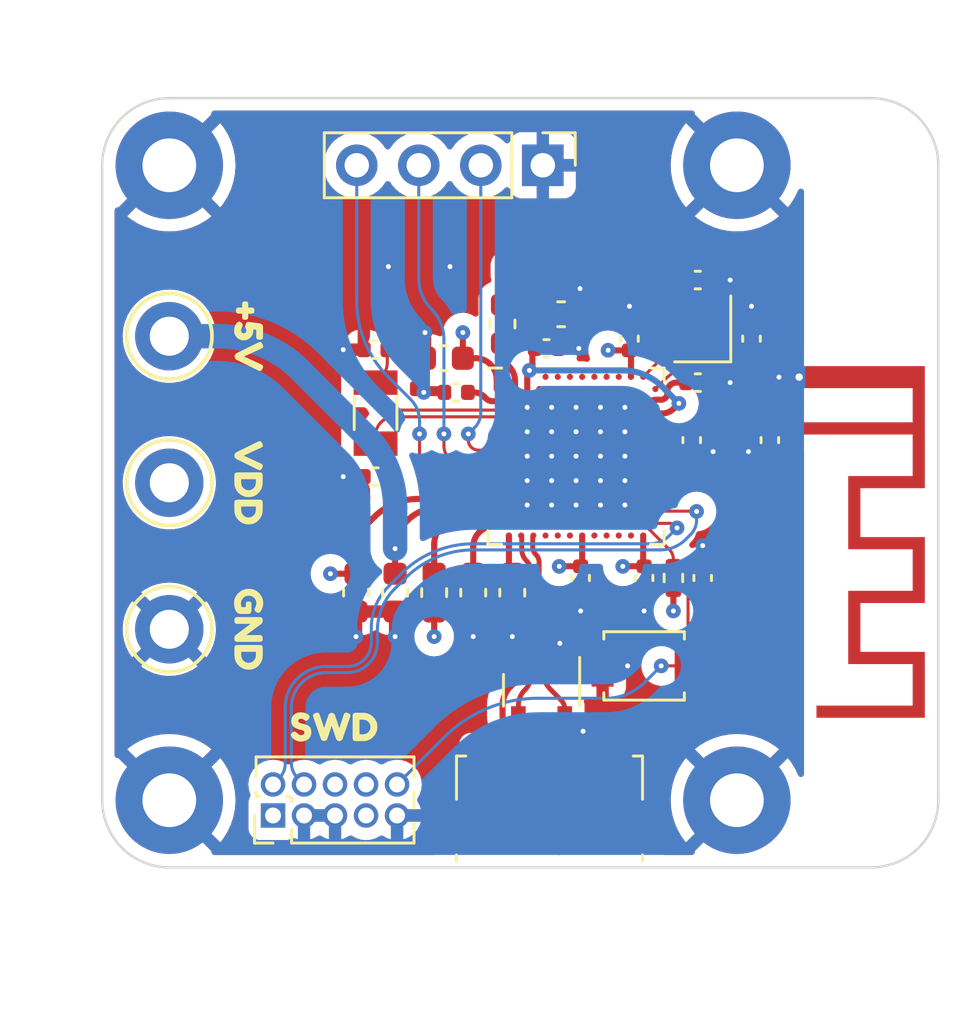
<source format=kicad_pcb>
(kicad_pcb (version 20211014) (generator pcbnew)
  (layers (0 "F.Cu" mixed) (1 "In1.Cu" power) (2 "In2.Cu" power) (31 "B.Cu" mixed) (34 "B.Paste" user) (35 "F.Paste" user) (36 "B.SilkS" user "B.Silkscreen") (37 "F.SilkS" user "F.Silkscreen") (38 "B.Mask" user) (39 "F.Mask" user) (44 "Edge.Cuts" user))
  (net 0 "")
  (net 1 "Net-(AE1-Pad1)")
  (net 2 "GND")
  (net 3 "Net-(C1-Pad2)")
  (net 4 "Net-(C2-Pad2)")
  (net 5 "/~{RESET}")
  (net 6 "Net-(C5-Pad1)")
  (net 7 "Net-(C6-Pad1)")
  (net 8 "Net-(C7-Pad1)")
  (net 9 "VBUS")
  (net 10 "VDD")
  (net 11 "+5V")
  (net 12 "/DEC46")
  (net 13 "/DECUSB")
  (net 14 "/DEC1")
  (net 15 "/DEC3")
  (net 16 "/USB_D-")
  (net 17 "/USB_D+")
  (net 19 "/SWDIO")
  (net 20 "/SWDCLK")
  (net 24 "/DCCH")
  (net 25 "/DCC")
  (net 26 "Net-(L3-Pad2)")
  (net 67 "/IO1")
  (net 68 "/IO2")
  (net 69 "/IO3")
  (footprint "MountingHole:MountingHole_2.2mm_M2_Pad" (layer "F.Cu") (at 138.75 87.5)
    (fp_text reference "H3")
    (fp_text value "MountingHole_Pad")
  )
  (footprint "Package_TO_SOT_SMD:SOT-143" (layer "F.Cu") (at 154 83 -90)
    (fp_text reference "D1")
    (fp_text value "SP0503BAHT")
  )
  (footprint "TestPoint:TestPoint_Keystone_5005-5009_Compact" (layer "F.Cu") (at 138.75 68.5)
    (fp_text reference "TP1")
    (fp_text value "TestPoint")
  )
  (footprint "kibuzzard-646267FA" (layer "F.Cu") (at 142 68.5 -90)
    (fp_text reference "kibuzzard-646267FA" hide)
    (fp_text value "G***" hide)
  )
  (footprint "Capacitor_SMD:C_0402_1005Metric" (layer "F.Cu") (at 160.15 72.755 -90)
    (fp_text reference "C5")
    (fp_text value "0.8pF")
  )
  (footprint "Capacitor_SMD:C_0603_1608Metric" (layer "F.Cu") (at 154.8 67.6)
    (fp_text reference "C12")
    (fp_text value "1µF")
  )
  (footprint "Capacitor_SMD:C_0603_1608Metric" (layer "F.Cu") (at 151.2 79 -90)
    (fp_text reference "C13")
    (fp_text value "4.7µF")
  )
  (footprint "Inductor_SMD:L_0402_1005Metric" (layer "F.Cu") (at 161.75 72.275 180)
    (fp_text reference "L1")
    (fp_text value "4.7nH")
  )
  (footprint "Capacitor_SMD:C_0402_1005Metric" (layer "F.Cu") (at 147.2 69.05 180)
    (fp_text reference "C6")
    (fp_text value "9pF")
  )
  (footprint "Capacitor_SMD:C_0402_1005Metric" (layer "F.Cu") (at 160.4 70.4)
    (fp_text reference "C18")
    (fp_text value "100pF")
  )
  (footprint "Button_Switch_SMD:SW_SPST_B3U-1000P" (layer "F.Cu") (at 158.2 82)
    (fp_text reference "SW1")
    (fp_text value "SW_Push")
  )
  (footprint "Capacitor_SMD:C_0603_1608Metric" (layer "F.Cu") (at 148 79 -90)
    (fp_text reference "C10")
    (fp_text value "4.7µF")
  )
  (footprint "Capacitor_SMD:C_0402_1005Metric" (layer "F.Cu") (at 154.2 69)
    (fp_text reference "C15")
    (fp_text value "47nF")
  )
  (footprint "Connector_PinHeader_2.54mm:PinHeader_1x04_P2.54mm_Vertical" (layer "F.Cu") (at 154.05 61.5 -90)
    (fp_text reference "J3")
    (fp_text value "Conn_01x04_Male")
  )
  (footprint "Capacitor_SMD:C_0402_1005Metric" (layer "F.Cu") (at 163.35 72.755 -90)
    (fp_text reference "C3")
    (fp_text value "0.5pF")
  )
  (footprint "MountingHole:MountingHole_2.2mm_M2_Pad" (layer "F.Cu") (at 162 61.5)
    (fp_text reference "H2")
    (fp_text value "MountingHole_Pad")
  )
  (footprint "Inductor_SMD:L_0603_1608Metric" (layer "F.Cu") (at 149.6 79 -90)
    (fp_text reference "L2")
    (fp_text value "10µH")
  )
  (footprint "Connector_USB:USB_Micro-B_Molex_47346-0001" (layer "F.Cu") (at 154.325 87.4)
    (fp_text reference "J1")
    (fp_text value "USB_B_Micro")
  )
  (footprint "kibuzzard-64626894" (layer "F.Cu") (at 145.5 84.5)
    (fp_text reference "kibuzzard-64626894" hide)
    (fp_text value "G***" hide)
  )
  (footprint "Inductor_SMD:L_0402_1005Metric" (layer "F.Cu") (at 153.2 65.8)
    (fp_text reference "L4")
    (fp_text value "15nH")
  )
  (footprint "kibuzzard-64626832" (layer "F.Cu") (at 142 80.5 -90)
    (fp_text reference "kibuzzard-64626832" hide)
    (fp_text value "G***" hide)
  )
  (footprint "Inductor_SMD:L_0603_1608Metric" (layer "F.Cu") (at 152.4 68 90)
    (fp_text reference "L3")
    (fp_text value "10µH")
  )
  (footprint "Capacitor_SMD:C_0603_1608Metric" (layer "F.Cu") (at 152.8 79 -90)
    (fp_text reference "C8")
    (fp_text value "4.7µF")
  )
  (footprint "MountingHole:MountingHole_2.2mm_M2_Pad" (layer "F.Cu") (at 138.75 61.5)
    (fp_text reference "H1")
    (fp_text value "MountingHole_Pad")
  )
  (footprint "MountingHole:MountingHole_2.2mm_M2_Pad" (layer "F.Cu") (at 162 87.5)
    (fp_text reference "H4")
    (fp_text value "MountingHole_Pad")
  )
  (footprint "RF_Antenna:Texas_SWRA117D_2.4GHz_Right" (layer "F.Cu") (at 164.55 72.275 -90)
    (fp_text reference "AE1")
    (fp_text value "Antenna_Shield")
  )
  (footprint "Capacitor_SMD:C_0402_1005Metric" (layer "F.Cu") (at 157.6 68.6 90)
    (fp_text reference "C17")
    (fp_text value "100nF")
  )
  (footprint "TestPoint:TestPoint_Keystone_5005-5009_Compact" (layer "F.Cu") (at 138.75 80.5)
    (fp_text reference "TP2")
    (fp_text value "TestPoint")
  )
  (footprint "Crystal:Crystal_SMD_2016-4Pin_2.0x1.6mm" (layer "F.Cu") (at 160.6 68.2 90)
    (fp_text reference "Y1")
    (fp_text value "32MHz")
  )
  (footprint "Capacitor_SMD:C_0402_1005Metric" (layer "F.Cu") (at 155.6 78.4 -90)
    (fp_text reference "C19")
    (fp_text value "100nF")
  )
  (footprint "TestPoint:TestPoint_Keystone_5005-5009_Compact" (layer "F.Cu") (at 138.75 74.5)
    (fp_text reference "TP3")
    (fp_text value "TestPoint")
  )
  (footprint "Capacitor_SMD:C_0402_1005Metric" (layer "F.Cu") (at 150.5 70.8 180)
    (fp_text reference "C16")
    (fp_text value "100nF")
  )
  (footprint "Connector_PinHeader_1.27mm:PinHeader_2x05_P1.27mm_Vertical" (layer "F.Cu") (at 143 88.125 90)
    (fp_text reference "J2")
    (fp_text value "Conn_ARM_JTAG_SWD_10")
  )
  (footprint "Capacitor_SMD:C_0402_1005Metric" (layer "F.Cu") (at 160.4 66.2 180)
    (fp_text reference "C2")
    (fp_text value "12pF")
  )
  (footprint "Resistor_SMD:R_0402_1005Metric" (layer "F.Cu") (at 159.4 78.4 90)
    (fp_text reference "R1")
    (fp_text value "10kΩ")
  )
  (footprint "Capacitor_SMD:C_0603_1608Metric" (layer "F.Cu") (at 150 69.4 180)
    (fp_text reference "C11")
    (fp_text value "1µF")
  )
  (footprint "Crystal:Crystal_SMD_3215-2Pin_3.2x1.5mm" (layer "F.Cu") (at 147.2 71.65 -90)
    (fp_text reference "Y2")
    (fp_text value "32.768kHz")
  )
  (footprint "Capacitor_SMD:C_0402_1005Metric" (layer "F.Cu") (at 162.6 68.6 -90)
    (fp_text reference "C1")
    (fp_text value "12pF")
  )
  (footprint "Capacitor_SMD:C_0402_1005Metric" (layer "F.Cu") (at 160.6 78.4 90)
    (fp_text reference "C4")
    (fp_text value "100nF")
  )
  (footprint "Package_DFN_QFN:Nordic_AQFN-73-1EP_7x7mm_P0.5mm" (layer "F.Cu") (at 155.4125 73.4125)
    (fp_text reference "U1")
    (fp_text value "nRF52840")
  )
  (footprint "Capacitor_SMD:C_0402_1005Metric" (layer "F.Cu") (at 147.2 74.25 180)
    (fp_text reference "C7")
    (fp_text value "9pF")
  )
  (footprint "Capacitor_SMD:C_0603_1608Metric" (layer "F.Cu") (at 146.4 79 -90)
    (fp_text reference "C9")
    (fp_text value "4.7µF")
  )
  (footprint "kibuzzard-646267F1" (layer "F.Cu") (at 142 74.5 -90)
    (fp_text reference "kibuzzard-646267F1" hide)
    (fp_text value "G***" hide)
  )
  (footprint "Capacitor_SMD:C_0402_1005Metric" (layer "F.Cu") (at 158.2 78.4 -90)
    (fp_text reference "C14")
    (fp_text value "100nF")
  )
  (gr_line (start 136 61.5) (end 136 87.5) (layer "Edge.Cuts") (width 0.1))
  (gr_arc (start 170.25 87.5) (mid 169.444544 89.444544) (end 167.5 90.25) (layer "Edge.Cuts") (width 0.1))
  (gr_line (start 170.25 87.5) (end 170.25 61.5) (layer "Edge.Cuts") (width 0.1))
  (gr_arc (start 136 61.5) (mid 136.805456 59.555456) (end 138.75 58.75) (layer "Edge.Cuts") (width 0.1))
  (gr_line (start 167.5 58.75) (end 138.75 58.75) (layer "Edge.Cuts") (width 0.1))
  (gr_arc (start 167.5 58.75) (mid 169.444544 59.555456) (end 170.25 61.5) (layer "Edge.Cuts") (width 0.1))
  (gr_arc (start 138.75 90.25) (mid 136.805456 89.444544) (end 136 87.5) (layer "Edge.Cuts") (width 0.1))
  (gr_line (start 138.75 90.25) (end 167.5 90.25) (layer "Edge.Cuts") (width 0.1))
  (segment (start 163.35 72.275) (end 164.55 72.275) (width 0.245) (layer "F.Cu") (net 1))
  (segment (start 163.35 72.275) (end 162.235 72.275) (width 0.245) (layer "F.Cu") (net 1))
  (segment (start 155.525 69) (end 154.68 69) (width 0.25) (layer "F.Cu") (net 2))
  (segment (start 149.225 68.35) (end 149.225 69.4) (width 0.25) (layer "F.Cu") (net 2))
  (segment (start 155.7 84.675) (end 155.6625 84.7125) (width 0.25) (layer "F.Cu") (net 2))
  (segment (start 153.9125 71.2875) (end 153.9125 70.6625) (width 0.25) (layer "F.Cu") (net 2))
  (segment (start 154.354441 72.354441) (end 155.4125 73.4125) (width 0.25) (layer "F.Cu") (net 2))
  (segment (start 160.05 68.775) (end 160.05 68.9) (width 0.25) (layer "F.Cu") (net 2))
  (segment (start 155.4125 73.4125) (end 156.470558 72.354441) (width 0.25) (layer "F.Cu") (net 2))
  (segment (start 145.875 69.05) (end 146.72 69.05) (width 0.25) (layer "F.Cu") (net 2))
  (segment (start 158.2 79.75) (end 158.2 78.88) (width 0.25) (layer "F.Cu") (net 2))
  (segment (start 157.525 82) (end 156.5 82) (width 0.25) (layer "F.Cu") (net 2))
  (segment (start 155.575 66.55) (end 155.575 67.6) (width 0.25) (layer "F.Cu") (net 2))
  (segment (start 152.8 80.8) (end 152.8 79.775) (width 0.25) (layer "F.Cu") (net 2))
  (segment (start 155.6 79.75) (end 155.6 78.88) (width 0.25) (layer "F.Cu") (net 2))
  (segment (start 161.025 73.225) (end 161.02 73.23) (width 0.25) (layer "F.Cu") (net 2))
  (segment (start 161.238388 67.411611) (end 161.2625 67.3875) (width 0.25) (layer "F.Cu") (net 2))
  (segment (start 157.5375 71.9125) (end 158.1625 71.9125) (width 0.25) (layer "F.Cu") (net 2))
  (segment (start 160.6 77.075) (end 160.6 77.92) (width 0.25) (layer "F.Cu") (net 2))
  (segment (start 162.6 67.275) (end 161.534099 67.275) (width 0.25) (layer "F.Cu") (net 2))
  (segment (start 157.6 67.275) (end 157.6 68.12) (width 0.25) (layer "F.Cu") (net 2))
  (segment (start 149.175 70.8) (end 150.02 70.8) (width 0.25) (layer "F.Cu") (net 2))
  (segment (start 162.492071 73.235) (end 163.35 73.235) (width 0.25) (layer "F.Cu") (net 2))
  (segment (start 160.77071 68.129289) (end 161.061611 67.838388) (width 0.25) (layer "F.Cu") (net 2))
  (segment (start 155.625 84.803033) (end 155.625 85.94) (width 0.25) (layer "F.Cu") (net 2))
  (segment (start 148 80.8) (end 148 79.775) (width 0.25) (layer "F.Cu") (net 2))
  (segment (start 145.875 74.25) (end 146.72 74.25) (width 0.25) (layer "F.Cu") (net 2))
  (segment (start 163.725 70.175) (end 164.55 70.175) (width 0.25) (layer "F.Cu") (net 2))
  (segment (start 154.75 81.075) (end 154.75 82) (width 0.25) (layer "F.Cu") (net 2))
  (segment (start 162.6 67.275) (end 162.6 68.12) (width 0.25) (layer "F.Cu") (net 2))
  (segment (start 161.725 70.4) (end 160.88 70.4) (width 0.25) (layer "F.Cu") (net 2))
  (segment (start 161.725 66.2) (end 160.88 66.2) (width 0.25) (layer "F.Cu") (net 2))
  (segment (start 161.007928 73.235) (end 160.15 73.235) (width 0.25) (layer "F.Cu") (net 2))
  (segment (start 151.2 80.8) (end 151.2 79.775) (width 0.25) (layer "F.Cu") (net 2))
  (segment (start 160.138388 68.561611) (end 160.429289 68.27071) (width 0.25) (layer "F.Cu") (net 2))
  (segment (start 146.4 80.8) (end 146.4 79.775) (width 0.25) (layer "F.Cu") (net 2))
  (segment (start 162.48 73.23) (end 162.475 73.225) (width 0.25) (layer "F.Cu") (net 2))
  (via (at 157.4125 73.4125) (size 0.6) (drill 0.2) (layers "F.Cu" "B.Cu") (net 2))
  (via (at 155.4125 73.4125) (size 0.6) (drill 0.2) (layers "F.Cu" "B.Cu") (net 2))
  (via (at 155.4125 74.4125) (size 0.6) (drill 0.2) (layers "F.Cu" "B.Cu") (net 2))
  (via (at 156.4125 71.4125) (size 0.6) (drill 0.2) (layers "F.Cu" "B.Cu") (net 2))
  (via (at 145.875 74.25) (size 0.6) (drill 0.2) (layers "F.Cu" "B.Cu") (net 2))
  (via (at 153.4125 71.4125) (size 0.6) (drill 0.2) (layers "F.Cu" "B.Cu") (net 2))
  (via (at 155.4125 75.4125) (size 0.6) (drill 0.2) (layers "F.Cu" "B.Cu") (net 2))
  (via (at 162.475 73.225) (size 0.6) (drill 0.2) (layers "F.Cu" "B.Cu") (net 2))
  (via (at 155.4125 72.4125) (size 0.6) (drill 0.2) (layers "F.Cu" "B.Cu") (net 2))
  (via (at 155.7 84.675) (size 0.6) (drill 0.2) (layers "F.Cu" "B.Cu") (net 2))
  (via (at 156.4125 73.4125) (size 0.6) (drill 0.2) (layers "F.Cu" "B.Cu") (net 2))
  (via (at 161.025 73.225) (size 0.6) (drill 0.2) (layers "F.Cu" "B.Cu") (net 2))
  (via (at 160.6 77.075) (size 0.6) (drill 0.2) (layers "F.Cu" "B.Cu") (net 2))
  (via (at 157.4125 71.4125) (size 0.6) (drill 0.2) (layers "F.Cu" "B.Cu") (net 2))
  (via (at 158.2 79.75) (size 0.6) (drill 0.2) (layers "F.Cu" "B.Cu") (net 2))
  (via (at 154.4125 73.4125) (size 0.6) (drill 0.2) (layers "F.Cu" "B.Cu") (net 2))
  (via (at 161.725 66.2) (size 0.6) (drill 0.2) (layers "F.Cu" "B.Cu") (net 2))
  (via (at 147.725 65.65) (size 0.6) (drill 0.2) (layers "F.Cu" "B.Cu") (net 2))
  (via (at 163.725 70.175) (size 0.6) (drill 0.2) (layers "F.Cu" "B.Cu") (net 2))
  (via (at 150.25 65.65) (size 0.6) (drill 0.2) (layers "F.Cu" "B.Cu") (net 2))
  (via (at 153.4125 75.4125) (size 0.6) (drill 0.2) (layers "F.Cu" "B.Cu") (net 2))
  (via (at 154.75 81.075) (size 0.6) (drill 0.2) (layers "F.Cu" "B.Cu") (net 2))
  (via (at 154.4125 74.4125) (size 0.6) (drill 0.2) (layers "F.Cu" "B.Cu") (net 2))
  (via (at 155.6 79.75) (size 0.6) (drill 0.2) (layers "F.Cu" "B.Cu") (net 2))
  (via (at 145.875 69.05) (size 0.6) (drill 0.2) (layers "F.Cu" "B.Cu") (net 2))
  (via (at 155.575 66.55) (size 0.6) (drill 0.2) (layers "F.Cu" "B.Cu") (net 2))
  (via (at 153.4125 72.4125) (size 0.6) (drill 0.2) (layers "F.Cu" "B.Cu") (net 2))
  (via (at 153.4125 73.4125) (size 0.6) (drill 0.2) (layers "F.Cu" "B.Cu") (net 2))
  (via (at 156.4125 72.4125) (size 0.6) (drill 0.2) (layers "F.Cu" "B.Cu") (net 2))
  (via (at 157.4125 74.4125) (size 0.6) (drill 0.2) (layers "F.Cu" "B.Cu") (net 2))
  (via (at 156.4125 74.4125) (size 0.6) (drill 0.2) (layers "F.Cu" "B.Cu") (net 2))
  (via (at 152.8 80.8) (size 0.6) (drill 0.2) (layers "F.Cu" "B.Cu") (net 2))
  (via (at 154.4125 72.4125) (size 0.6) (drill 0.2) (layers "F.Cu" "B.Cu") (net 2))
  (via (at 156.4125 75.4125) (size 0.6) (drill 0.2) (layers "F.Cu" "B.Cu") (net 2))
  (via (at 148 80.8) (size 0.6) (drill 0.2) (layers "F.Cu" "B.Cu") (net 2))
  (via (at 154.4125 71.4125) (size 0.6) (drill 0.2) (layers "F.Cu" "B.Cu") (net 2))
  (via (at 155.525 69) (size 0.6) (drill 0.2) (layers "F.Cu" "B.Cu") (net 2))
  (via (at 149.225 68.35) (size 0.6) (drill 0.2) (layers "F.Cu" "B.Cu") (net 2))
  (via (at 154.4125 75.4125) (size 0.6) (drill 0.2) (layers "F.Cu" "B.Cu") (net 2))
  (via (at 157.4125 75.4125) (size 0.6) (drill 0.2) (layers "F.Cu" "B.Cu") (net 2))
  (via (at 157.525 82) (size 0.6) (drill 0.2) (layers "F.Cu" "B.Cu") (net 2))
  (via (at 161.725 70.4) (size 0.6) (drill 0.2) (layers "F.Cu" "B.Cu") (net 2))
  (via (at 155.4125 71.4125) (size 0.6) (drill 0.2) (layers "F.Cu" "B.Cu") (net 2))
  (via (at 146.4 80.8) (size 0.6) (drill 0.2) (layers "F.Cu" "B.Cu") (net 2))
  (via (at 157.4125 72.4125) (size 0.6) (drill 0.2) (layers "F.Cu" "B.Cu") (net 2))
  (via (at 149.175 70.8) (size 0.6) (drill 0.2) (layers "F.Cu" "B.Cu") (net 2))
  (via (at 151.2 80.8) (size 0.6) (drill 0.2) (layers "F.Cu" "B.Cu") (net 2))
  (via (at 162.6 67.275) (size 0.6) (drill 0.2) (layers "F.Cu" "B.Cu") (net 2))
  (via (at 153.4125 74.4125) (size 0.6) (drill 0.2) (layers "F.Cu" "B.Cu") (net 2))
  (via (at 157.6 67.275) (size 0.6) (drill 0.2) (layers "F.Cu" "B.Cu") (net 2))
  (arc (start 161.534099 67.275) (mid 161.38711 67.304237) (end 161.2625 67.3875) (width 0.25) (layer "F.Cu") (net 2))
  (arc (start 161.238388 67.411611) (mid 161.172971 67.509514) (end 161.15 67.625) (width 0.25) (layer "F.Cu") (net 2))
  (arc (start 153.9125 71.2875) (mid 154.027356 71.864924) (end 154.354441 72.354441) (width 0.25) (layer "F.Cu") (net 2))
  (arc (start 161.02 73.23) (mid 161.014461 73.2337) (end 161.007928 73.235) (width 0.25) (layer "F.Cu") (net 2))
  (arc (start 160.6 68.2) (mid 160.507611 68.218376) (end 160.429289 68.27071) (width 0.25) (layer "F.Cu") (net 2))
  (arc (start 160.77071 68.129289) (mid 160.692387 68.181622) (end 160.6 68.2) (width 0.25) (layer "F.Cu") (net 2))
  (arc (start 155.6625 84.7125) (mid 155.634745 84.754036) (end 155.625 84.803033) (width 0.25) (layer "F.Cu") (net 2))
  (arc (start 162.48 73.23) (mid 162.485538 73.2337) (end 162.492071 73.235) (width 0.25) (layer "F.Cu") (net 2))
  (arc (start 161.15 67.625) (mid 161.127028 67.740484) (end 161.061611 67.838388) (width 0.25) (layer "F.Cu") (net 2))
  (arc (start 160.138388 68.561611) (mid 160.072971 68.659514) (end 160.05 68.775) (width 0.25) (layer "F.Cu") (net 2))
  (arc (start 157.5375 71.9125) (mid 156.960075 72.027356) (end 156.470558 72.354441) (width 0.25) (layer "F.Cu") (net 2))
  (segment (start 161.15 69.027279) (end 161.15 69.287867) (width 0.125) (layer "F.Cu") (net 3))
  (segment (start 159.09375 70.23125) (end 158.6625 70.6625) (width 0.125) (layer "F.Cu") (net 3))
  (segment (start 160.134879 69.8) (end 160.637867 69.8) (width 0.125) (layer "F.Cu") (net 3))
  (segment (start 161.457279 69.08) (end 162.6 69.08) (width 0.125) (layer "F.Cu") (net 3))
  (arc (start 161.24 68.99) (mid 161.339688 69.056609) (end 161.457279 69.08) (width 0.125) (layer "F.Cu") (net 3))
  (arc (start 161 69.65) (mid 160.833852 69.761016) (end 160.637867 69.8) (width 0.125) (layer "F.Cu") (net 3))
  (arc (start 160.134879 69.8) (mid 159.571424 69.912078) (end 159.09375 70.23125) (width 0.125) (layer "F.Cu") (net 3))
  (arc (start 161.24 68.99) (mid 161.182545 68.978571) (end 161.15 69.027279) (width 0.125) (layer "F.Cu") (net 3))
  (arc (start 161.15 69.287867) (mid 161.111016 69.483852) (end 161 69.65) (width 0.125) (layer "F.Cu") (net 3))
  (segment (start 159.1 68.5625) (end 159.1 68.182842) (width 0.125) (layer "F.Cu") (net 4))
  (segment (start 159.92 67.278076) (end 159.92 66.2) (width 0.125) (layer "F.Cu") (net 4))
  (segment (start 158.631541 69.693458) (end 158.1625 70.1625) (width 0.125) (layer "F.Cu") (net 4))
  (segment (start 159.958076 67.5) (end 159.775 67.5) (width 0.125) (layer "F.Cu") (net 4))
  (segment (start 159.305545 67.694454) (end 159.3 67.7) (width 0.125) (layer "F.Cu") (net 4))
  (arc (start 159.775 67.5) (mid 159.520932 67.550536) (end 159.305545 67.694454) (width 0.125) (layer "F.Cu") (net 4))
  (arc (start 159.92 67.278076) (mid 159.936892 67.363002) (end 159.985 67.435) (width 0.125) (layer "F.Cu") (net 4))
  (arc (start 159.1 68.5625) (mid 158.978251 69.17457) (end 158.631541 69.693458) (width 0.125) (layer "F.Cu") (net 4))
  (arc (start 159.985 67.435) (mid 159.993253 67.476494) (end 159.958076 67.5) (width 0.125) (layer "F.Cu") (net 4))
  (arc (start 159.3 67.7) (mid 159.151978 67.921529) (end 159.1 68.182842) (width 0.125) (layer "F.Cu") (net 4))
  (segment (start 160 78.878535) (end 160 78.871464) (width 0.125) (layer "F.Cu") (net 5))
  (segment (start 158.9 82) (end 159.829289 82) (width 0.125) (layer "F.Cu") (net 5))
  (segment (start 160 78.6875) (end 160 78.120459) (width 0.125) (layer "F.Cu") (net 5))
  (segment (start 159.6325 77.89) (end 159.76954 77.89) (width 0.125) (layer "F.Cu") (net 5))
  (segment (start 155.9125 76.1625) (end 156.4125 76.1625) (width 0.125) (layer "F.Cu") (net 5))
  (segment (start 160 78.6875) (end 160 78.8125) (width 0.125) (layer "F.Cu") (net 5))
  (segment (start 155.9125 76.1625) (end 155.4125 76.1625) (width 0.125) (layer "F.Cu") (net 5))
  (segment (start 159.4 77.6575) (end 159.4 77.645) (width 0.125) (layer "F.Cu") (net 5))
  (segment (start 156.9125 76.1625) (end 156.4125 76.1625) (width 0.125) (layer "F.Cu") (net 5))
  (segment (start 156.9125 76.1625) (end 157.4125 76.1625) (width 0.125) (layer "F.Cu") (net 5))
  (segment (start 157.4125 76.1625) (end 157.7875 76.1625) (width 0.125) (layer "F.Cu") (net 5))
  (segment (start 159.226758 77.226758) (end 158.427665 76.427665) (width 0.125) (layer "F.Cu") (net 5))
  (segment (start 160.008535 78.88) (end 160.6 78.88) (width 0.125) (layer "F.Cu") (net 5))
  (segment (start 160 81.829289) (end 160 78.878535) (width 0.125) (layer "F.Cu") (net 5))
  (segment (start 160 78.8125) (end 160 78.871464) (width 0.125) (layer "F.Cu") (net 5))
  (via (at 158.9 82) (size 0.6) (drill 0.2) (layers "F.Cu" "B.Cu") (net 5))
  (arc (start 159.4 77.6575) (mid 159.468097 77.821902) (end 159.6325 77.89) (width 0.125) (layer "F.Cu") (net 5))
  (arc (start 160 78.871464) (mid 160.000649 78.87473) (end 160.0025 78.8775) (width 0.125) (layer "F.Cu") (net 5))
  (arc (start 159.95 81.95) (mid 159.894617 81.987005) (end 159.829289 82) (width 0.125) (layer "F.Cu") (net 5))
  (arc (start 158.427665 76.427665) (mid 158.133954 76.231414) (end 157.7875 76.1625) (width 0.125) (layer "F.Cu") (net 5))
  (arc (start 160.0025 78.8775) (mid 160.000904 78.877182) (end 160 78.878535) (width 0.125) (layer "F.Cu") (net 5))
  (arc (start 160.0025 78.8775) (mid 160.005268 78.87935) (end 160.008535 78.88) (width 0.125) (layer "F.Cu") (net 5))
  (arc (start 159.9325 77.9575) (mid 159.857733 77.907542) (end 159.76954 77.89) (width 0.125) (layer "F.Cu") (net 5))
  (arc (start 160 81.829289) (mid 159.987005 81.894617) (end 159.95 81.95) (width 0.125) (layer "F.Cu") (net 5))
  (arc (start 159.9325 77.9575) (mid 159.982457 78.032266) (end 160 78.120459) (width 0.125) (layer "F.Cu") (net 5))
  (arc (start 159.226758 77.226758) (mid 159.354975 77.418649) (end 159.4 77.645) (width 0.125) (layer "F.Cu") (net 5))
  (segment (start 150.016207 84.918792) (end 148.08 86.855) (width 0.125) (layer "B.Cu") (net 5))
  (segment (start 156.638083 83.325) (end 153.863963 83.325) (width 0.125) (layer "B.Cu") (net 5))
  (segment (start 158.9 82) (end 158.2375 82.6625) (width 0.125) (layer "B.Cu") (net 5))
  (arc (start 158.2375 82.6625) (mid 157.503681 83.152821) (end 156.638083 83.325) (width 0.125) (layer "B.Cu") (net 5))
  (arc (start 153.863963 83.325) (mid 151.781572 83.739213) (end 150.016207 84.918792) (width 0.125) (layer "B.Cu") (net 5))
  (segment (start 160.15 72.275) (end 158.397227 72.275) (width 0.245) (layer "F.Cu") (net 6))
  (segment (start 158.23125 72.34375) (end 158.1625 72.4125) (width 0.245) (layer "F.Cu") (net 6))
  (segment (start 160.15 72.275) (end 161.265 72.275) (width 0.245) (layer "F.Cu") (net 6))
  (arc (start 158.397227 72.275) (mid 158.3074 72.292867) (end 158.23125 72.34375) (width 0.245) (layer "F.Cu") (net 6))
  (segment (start 152.47045 71.525) (end 147.968198 71.525) (width 0.125) (layer "F.Cu") (net 7))
  (segment (start 147.68 69.580588) (end 147.68 69.05) (width 0.125) (layer "F.Cu") (net 7))
  (segment (start 147.2 70.7375) (end 147.2 70.756801) (width 0.125) (layer "F.Cu") (net 7))
  (segment (start 147.439999 70.159999) (end 147.438648 70.161351) (width 0.125) (layer "F.Cu") (net 7))
  (segment (start 152.60625 71.46875) (end 152.6625 71.4125) (width 0.125) (layer "F.Cu") (net 7))
  (arc (start 152.60625 71.46875) (mid 152.543944 71.510381) (end 152.47045 71.525) (width 0.125) (layer "F.Cu") (net 7))
  (arc (start 147.68 69.580588) (mid 147.617625 69.894163) (end 147.439999 70.159999) (width 0.125) (layer "F.Cu") (net 7))
  (arc (start 147.425 71.3) (mid 147.674221 71.466524) (end 147.968198 71.525) (width 0.125) (layer "F.Cu") (net 7))
  (arc (start 147.2 70.756801) (mid 147.258475 71.050778) (end 147.425 71.3) (width 0.125) (layer "F.Cu") (net 7))
  (arc (start 147.438648 70.161351) (mid 147.262022 70.42569) (end 147.2 70.7375) (width 0.125) (layer "F.Cu") (net 7))
  (segment (start 147.2 72.573223) (end 147.2 72.562132) (width 0.125) (layer "F.Cu") (net 8))
  (segment (start 152.60625 71.85625) (end 152.6625 71.9125) (width 0.125) (layer "F.Cu") (net 8))
  (segment (start 147.962132 71.8) (end 152.47045 71.8) (width 0.125) (layer "F.Cu") (net 8))
  (segment (start 147.44 73.14) (end 147.431065 73.131065) (width 0.125) (layer "F.Cu") (net 8))
  (segment (start 147.68 73.719411) (end 147.68 74.25) (width 0.125) (layer "F.Cu") (net 8))
  (arc (start 147.44 73.14) (mid 147.617626 73.405836) (end 147.68 73.719411) (width 0.125) (layer "F.Cu") (net 8))
  (arc (start 152.60625 71.85625) (mid 152.543944 71.814618) (end 152.47045 71.8) (width 0.125) (layer "F.Cu") (net 8))
  (arc (start 147.2 72.573223) (mid 147.260051 72.875125) (end 147.431065 73.131065) (width 0.125) (layer "F.Cu") (net 8))
  (arc (start 147.423223 72.023223) (mid 147.258013 72.270476) (end 147.2 72.562132) (width 0.125) (layer "F.Cu") (net 8))
  (arc (start 147.962132 71.8) (mid 147.670476 71.858013) (end 147.423223 72.023223) (width 0.125) (layer "F.Cu") (net 8))
  (segment (start 152 79.590685) (end 152 81.018413) (width 0.25) (layer "F.Cu") (net 9))
  (segment (start 152.407062 81.832062) (end 152.2875 81.7125) (width 0.25) (layer "F.Cu") (net 9))
  (segment (start 152.4 78.625) (end 152.73125 78.29375) (width 0.25) (layer "F.Cu") (net 9))
  (segment (start 152.4 84.008058) (end 152.4 83.634619) (width 0.25) (layer "F.Cu") (net 9))
  (segment (start 152.719176 84.769176) (end 152.7125 84.7625) (width 0.25) (layer "F.Cu") (net 9))
  (segment (start 152.864384 82.710615) (end 152.725 82.85) (width 0.25) (layer "F.Cu") (net 9))
  (segment (start 153.025 85.5075) (end 153.025 85.94) (width 0.25) (layer "F.Cu") (net 9))
  (segment (start 152.6625 77.990272) (end 152.6625 76.6625) (width 0.25) (layer "F.Cu") (net 9))
  (segment (start 153.05 82.2375) (end 153.05 82.2625) (width 0.25) (layer "F.Cu") (net 9))
  (arc (start 152.4 84.008058) (mid 152.481216 84.416359) (end 152.7125 84.7625) (width 0.25) (layer "F.Cu") (net 9))
  (arc (start 152.407062 81.832062) (mid 152.593078 81.956354) (end 152.8125 82) (width 0.25) (layer "F.Cu") (net 9))
  (arc (start 152.4 78.625) (mid 152.103956 79.06806) (end 152 79.590685) (width 0.25) (layer "F.Cu") (net 9))
  (arc (start 152 81.018413) (mid 152.074718 81.39405) (end 152.2875 81.7125) (width 0.25) (layer "F.Cu") (net 9))
  (arc (start 153.05 82.2625) (mid 153.001759 82.505018) (end 152.864384 82.710615) (width 0.25) (layer "F.Cu") (net 9))
  (arc (start 152.725 82.85) (mid 152.484464 83.209986) (end 152.4 83.634619) (width 0.25) (layer "F.Cu") (net 9))
  (arc (start 152.719176 84.769176) (mid 152.945518 85.107922) (end 153.025 85.5075) (width 0.25) (layer "F.Cu") (net 9))
  (arc (start 153.05 82.2375) (mid 152.980437 82.069562) (end 152.8125 82) (width 0.25) (layer "F.Cu") (net 9))
  (arc (start 152.73125 78.15625) (mid 152.759727 78.225) (end 152.73125 78.29375) (width 0.25) (layer "F.Cu") (net 9))
  (arc (start 152.6625 77.990272) (mid 152.680367 78.080098) (end 152.73125 78.15625) (width 0.25) (layer "F.Cu") (net 9))
  (segment (start 159.4 79.75) (end 159.4 78.91) (width 0.25) (layer "F.Cu") (net 10))
  (segment (start 154.725 77.925) (end 154.7275 77.9225) (width 0.25) (layer "F.Cu") (net 10))
  (segment (start 158.1625 77.855983) (end 158.1625 76.6625) (width 0.25) (layer "F.Cu") (net 10))
  (segment (start 157.6625 69.186694) (end 157.6625 70.1625) (width 0.25) (layer "F.Cu") (net 10))
  (segment (start 154.733535 77.92) (end 155.555805 77.92) (width 0.25) (layer "F.Cu") (net 10))
  (segment (start 156.7275 69.0775) (end 156.725 69.075) (width 0.25) (layer "F.Cu") (net 10))
  (segment (start 150.775 69.4) (end 150.775 68.35) (width 0.25) (layer "F.Cu") (net 10))
  (segment (start 148.939321 75.1625) (end 152.1625 75.1625) (width 0.25) (layer "F.Cu") (net 10))
  (segment (start 152.1625 70.274892) (end 152.1625 70.6625) (width 0.25) (layer "F.Cu") (net 10))
  (segment (start 150.775 69.4) (end 151.287607 69.4) (width 0.25) (layer "F.Cu") (net 10))
  (segment (start 158.173483 77.92) (end 157.333535 77.92) (width 0.25) (layer "F.Cu") (net 10))
  (segment (start 156.733535 69.08) (end 157.555805 69.08) (width 0.25) (layer "F.Cu") (net 10))
  (segment (start 149.6 80.8) (end 149.6 79.7875) (width 0.25) (layer "F.Cu") (net 10))
  (segment (start 146.4 78.225) (end 145.35 78.225) (width 0.25) (layer "F.Cu") (net 10))
  (segment (start 157.3275 77.9225) (end 157.325 77.925) (width 0.25) (layer "F.Cu") (net 10))
  (segment (start 147.143749 75.906249) (end 146.956846 76.093153) (width 0.25) (layer "F.Cu") (net 10))
  (segment (start 155.6625 77.813305) (end 155.6625 76.6625) (width 0.25) (layer "F.Cu") (net 10))
  (segment (start 146.4 78.225) (end 146.4 77.4375) (width 0.25) (layer "F.Cu") (net 10))
  (via (at 150.775 68.35) (size 0.6) (drill 0.2) (layers "F.Cu" "B.Cu") (net 10))
  (via (at 149.6 80.8) (size 0.6) (drill 0.2) (layers "F.Cu" "B.Cu") (net 10))
  (via (at 156.725 69.075) (size 0.6) (drill 0.2) (layers "F.Cu" "B.Cu") (net 10))
  (via (at 145.35 78.225) (size 0.6) (drill 0.2) (layers "F.Cu" "B.Cu") (net 10))
  (via (at 159.4 79.75) (size 0.6) (drill 0.2) (layers "F.Cu" "B.Cu") (net 10))
  (via (at 154.725 77.925) (size 0.6) (drill 0.2) (layers "F.Cu" "B.Cu") (net 10))
  (via (at 157.325 77.925) (size 0.6) (drill 0.2) (layers "F.Cu" "B.Cu") (net 10))
  (arc (start 151.90625 69.65625) (mid 152.095902 69.940085) (end 152.1625 70.274892) (width 0.25) (layer "F.Cu") (net 10))
  (arc (start 158.18125 77.90125) (mid 158.18363 77.913219) (end 158.173483 77.92) (width 0.25) (layer "F.Cu") (net 10))
  (arc (start 158.1625 77.855983) (mid 158.167372 77.880481) (end 158.18125 77.90125) (width 0.25) (layer "F.Cu") (net 10))
  (arc (start 146.956846 76.093153) (mid 146.544719 76.709944) (end 146.4 77.4375) (width 0.25) (layer "F.Cu") (net 10))
  (arc (start 155.6625 77.813305) (mid 155.654378 77.854135) (end 155.63125 77.88875) (width 0.25) (layer "F.Cu") (net 10))
  (arc (start 157.63125 69.11125) (mid 157.654378 69.145864) (end 157.6625 69.186694) (width 0.25) (layer "F.Cu") (net 10))
  (arc (start 151.90625 69.65625) (mid 151.622414 69.466597) (end 151.287607 69.4) (width 0.25) (layer "F.Cu") (net 10))
  (arc (start 155.63125 77.88875) (mid 155.596635 77.911878) (end 155.555805 77.92) (width 0.25) (layer "F.Cu") (net 10))
  (arc (start 148.939321 75.1625) (mid 147.967564 75.355794) (end 147.143749 75.906249) (width 0.25) (layer "F.Cu") (net 10))
  (arc (start 156.7275 69.0775) (mid 156.730268 69.07935) (end 156.733535 69.08) (width 0.25) (layer "F.Cu") (net 10))
  (arc (start 154.733535 77.92) (mid 154.730268 77.920649) (end 154.7275 77.9225) (width 0.25) (layer "F.Cu") (net 10))
  (arc (start 157.333535 77.92) (mid 157.330268 77.920649) (end 157.3275 77.9225) (width 0.25) (layer "F.Cu") (net 10))
  (arc (start 157.63125 69.11125) (mid 157.596635 69.088121) (end 157.555805 69.08) (width 0.25) (layer "F.Cu") (net 10))
  (segment (start 152.449111 75.5375) (end 149.728445 75.5375) (width 0.25) (layer "F.Cu") (net 11))
  (segment (start 148.506249 76.043749) (end 148.229809 76.32019) (width 0.25) (layer "F.Cu") (net 11))
  (segment (start 148 77.2) (end 148 76.875) (width 0.25) (layer "F.Cu") (net 11))
  (segment (start 148 77.2) (end 148 78.225) (width 0.25) (layer "F.Cu") (net 11))
  (segment (start 152.6 75.475) (end 152.6625 75.4125) (width 0.25) (layer "F.Cu") (net 11))
  (via (at 148 77.2) (size 0.6) (drill 0.2) (layers "F.Cu" "B.Cu") (net 11))
  (arc (start 152.6 75.475) (mid 152.530771 75.521256) (end 152.449111 75.5375) (width 0.25) (layer "F.Cu") (net 11))
  (arc (start 149.728445 75.5375) (mid 149.066997 75.669069) (end 148.506249 76.043749) (width 0.25) (layer "F.Cu") (net 11))
  (arc (start 148.229809 76.32019) (mid 148.059725 76.574739) (end 148 76.875) (width 0.25) (layer "F.Cu") (net 11))
  (segment (start 148 77.2) (end 148 75.4875) (width 1) (layer "B.Cu") (net 11))
  (segment (start 140.7375 68.5) (end 138.75 68.5) (width 1) (layer "B.Cu") (net 11))
  (segment (start 146.789079 72.564079) (end 144.130374 69.905374) (width 1) (layer "B.Cu") (net 11))
  (arc (start 144.130374 69.905374) (mid 142.57371 68.865244) (end 140.7375 68.5) (width 1) (layer "B.Cu") (net 11))
  (arc (start 146.789079 72.564079) (mid 147.685291 73.905356) (end 148 75.4875) (width 1) (layer "B.Cu") (net 11))
  (segment (start 153.4125 70.049371) (end 153.4125 70.6625) (width 0.25) (layer "F.Cu") (net 12))
  (segment (start 153.68 69.04) (end 153.6725 69.0475) (width 0.25) (layer "F.Cu") (net 12))
  (segment (start 153.5 69.9) (end 153.5625 69.8375) (width 0.25) (layer "F.Cu") (net 12))
  (segment (start 153.5 69.9) (end 153.45625 69.94375) (width 0.25) (layer "F.Cu") (net 12))
  (segment (start 153.8 67.984099) (end 153.8 68.863431) (width 0.25) (layer "F.Cu") (net 12))
  (segment (start 158.9375 71.6625) (end 158.6625 71.6625) (width 0.25) (layer "F.Cu") (net 12))
  (segment (start 153.76 68.96) (end 153.68 69.04) (width 0.25) (layer "F.Cu") (net 12))
  (segment (start 153.625 69.686611) (end 153.625 69.162175) (width 0.25) (layer "F.Cu") (net 12))
  (segment (start 153.73 65.845) (end 153.685 65.8) (width 0.25) (layer "F.Cu") (net 12))
  (segment (start 153.9125 67.4875) (end 153.9 67.475) (width 0.25) (layer "F.Cu") (net 12))
  (segment (start 159.406954 71.468045) (end 159.625 71.25) (width 0.25) (layer "F.Cu") (net 12))
  (segment (start 153.775 65.953639) (end 153.775 67.173223) (width 0.25) (layer "F.Cu") (net 12))
  (via (at 159.625 71.25) (size 0.6) (drill 0.2) (layers "F.Cu" "B.Cu") (net 12))
  (via (at 153.5 69.9) (size 0.6) (drill 0.2) (layers "F.Cu" "B.Cu") (net 12))
  (arc (start 153.73 65.845) (mid 153.763304 65.894844) (end 153.775 65.953639) (width 0.25) (layer "F.Cu") (net 12))
  (arc (start 153.625 69.686611) (mid 153.608756 69.768271) (end 153.5625 69.8375) (width 0.25) (layer "F.Cu") (net 12))
  (arc (start 153.9125 67.7125) (mid 153.829237 67.83711) (end 153.8 67.984099) (width 0.25) (layer "F.Cu") (net 12))
  (arc (start 153.775 67.173223) (mid 153.807486 67.336543) (end 153.9 67.475) (width 0.25) (layer "F.Cu") (net 12))
  (arc (start 153.6725 69.0475) (mid 153.637344 69.100113) (end 153.625 69.162175) (width 0.25) (layer "F.Cu") (net 12))
  (arc (start 153.8 68.863431) (mid 153.789604 68.915693) (end 153.76 68.96) (width 0.25) (layer "F.Cu") (net 12))
  (arc (start 153.45625 69.94375) (mid 153.42387 69.992209) (end 153.4125 70.049371) (width 0.25) (layer "F.Cu") (net 12))
  (arc (start 153.9125 67.4875) (mid 153.959099 67.6) (end 153.9125 67.7125) (width 0.25) (layer "F.Cu") (net 12))
  (arc (start 159.406954 71.468045) (mid 159.191566 71.611962) (end 158.9375 71.6625) (width 0.25) (layer "F.Cu") (net 12))
  (segment (start 153.5 69.9) (end 157.320405 69.9) (width 0.25) (layer "B.Cu") (net 12))
  (segment (start 159.625 71.25) (end 158.95 70.575) (width 0.25) (layer "B.Cu") (net 12))
  (arc (start 158.95 70.575) (mid 158.202335 70.075426) (end 157.320405 69.9) (width 0.25) (layer "B.Cu") (net 12))
  (segment (start 151.2 77.119714) (end 151.2 78.225) (width 0.25) (layer "F.Cu") (net 13))
  (segment (start 152.032214 76.2875) (end 153.199111 76.2875) (width 0.25) (layer "F.Cu") (net 13))
  (segment (start 153.35 76.225) (end 153.4125 76.1625) (width 0.25) (layer "F.Cu") (net 13))
  (arc (start 151.44375 76.53125) (mid 151.263348 76.801239) (end 151.2 77.119714) (width 0.25) (layer "F.Cu") (net 13))
  (arc (start 152.032214 76.2875) (mid 151.713739 76.350848) (end 151.44375 76.53125) (width 0.25) (layer "F.Cu") (net 13))
  (arc (start 153.35 76.225) (mid 153.280771 76.271256) (end 153.199111 76.2875) (width 0.25) (layer "F.Cu") (net 13))
  (segment (start 152 71.1625) (end 152.1625 71.1625) (width 0.25) (layer "F.Cu") (net 14))
  (segment (start 151.650008 70.975008) (end 151.722595 71.047595) (width 0.25) (layer "F.Cu") (net 14))
  (segment (start 151.2275 70.8) (end 150.98 70.8) (width 0.25) (layer "F.Cu") (net 14))
  (arc (start 151.650008 70.975008) (mid 151.456159 70.845483) (end 151.2275 70.8) (width 0.25) (layer "F.Cu") (net 14))
  (arc (start 151.722595 71.047595) (mid 151.849869 71.132637) (end 152 71.1625) (width 0.25) (layer "F.Cu") (net 14))
  (segment (start 158.69597 71.1) (end 158.893933 71.1) (width 0.25) (layer "F.Cu") (net 15))
  (segment (start 159.15 70.843933) (end 159.15 70.770343) (width 0.25) (layer "F.Cu") (net 15))
  (segment (start 158.31875 71.25625) (end 158.1625 71.4125) (width 0.25) (layer "F.Cu") (net 15))
  (segment (start 159.520343 70.4) (end 159.92 70.4) (width 0.25) (layer "F.Cu") (net 15))
  (arc (start 159.075 71.025) (mid 158.991925 71.080508) (end 158.893933 71.1) (width 0.25) (layer "F.Cu") (net 15))
  (arc (start 159.520343 70.4) (mid 159.378618 70.42819) (end 159.258471 70.508471) (width 0.25) (layer "F.Cu") (net 15))
  (arc (start 159.15 70.843933) (mid 159.130508 70.941925) (end 159.075 71.025) (width 0.25) (layer "F.Cu") (net 15))
  (arc (start 158.69597 71.1) (mid 158.49182 71.140608) (end 158.31875 71.25625) (width 0.25) (layer "F.Cu") (net 15))
  (arc (start 159.258471 70.508471) (mid 159.17819 70.628618) (end 159.15 70.770343) (width 0.25) (layer "F.Cu") (net 15))
  (segment (start 153.174999 76.674999) (end 153.1625 76.6625) (width 0.2) (layer "F.Cu") (net 16))
  (segment (start 153.675 85.491941) (end 153.675 85.94) (width 0.2) (layer "F.Cu") (net 16))
  (segment (start 153.05 83.7875) (end 153.05 84.2125) (width 0.2) (layer "F.Cu") (net 16))
  (segment (start 153.3625 84.7375) (end 153.20026 84.57526) (width 0.2) (layer "F.Cu") (net 16))
  (segment (start 153.575 78.162608) (end 153.575 82.353768) (width 0.2) (layer "F.Cu") (net 16))
  (segment (start 153.187499 76.705175) (end 153.187499 77.227098) (width 0.2) (layer "F.Cu") (net 16))
  (segment (start 153.05 83.7875) (end 153.05 83.621231) (width 0.2) (layer "F.Cu") (net 16))
  (arc (start 153.575 82.353768) (mid 153.506778 82.696741) (end 153.3125 82.9875) (width 0.2) (layer "F.Cu") (net 16))
  (arc (start 153.381249 77.694853) (mid 153.524645 77.909461) (end 153.575 78.162608) (width 0.2) (layer "F.Cu") (net 16))
  (arc (start 153.174999 76.674999) (mid 153.18425 76.688844) (end 153.187499 76.705175) (width 0.2) (layer "F.Cu") (net 16))
  (arc (start 153.187499 77.227098) (mid 153.237852 77.480245) (end 153.381249 77.694853) (width 0.2) (layer "F.Cu") (net 16))
  (arc (start 153.3125 82.9875) (mid 153.118221 83.278258) (end 153.05 83.621231) (width 0.2) (layer "F.Cu") (net 16))
  (arc (start 153.05 84.2125) (mid 153.089051 84.408824) (end 153.20026 84.57526) (width 0.2) (layer "F.Cu") (net 16))
  (arc (start 153.3625 84.7375) (mid 153.593783 85.08364) (end 153.675 85.491941) (width 0.2) (layer "F.Cu") (net 16))
  (segment (start 153.9 81.757537) (end 153.9 77.762848) (width 0.2) (layer "F.Cu") (net 17))
  (segment (start 154.425 83.025) (end 154.7909 83.3909) (width 0.2) (layer "F.Cu") (net 17))
  (segment (start 154.325 85.491941) (end 154.325 85.94) (width 0.2) (layer "F.Cu") (net 17))
  (segment (start 154.637499 84.737499) (end 154.799739 84.57526) (width 0.2) (layer "F.Cu") (net 17))
  (segment (start 153.65 76.674999) (end 153.6625 76.6625) (width 0.2) (layer "F.Cu") (net 17))
  (segment (start 154.95 83.775) (end 154.95 83.7875) (width 0.2) (layer "F.Cu") (net 17))
  (segment (start 153.637501 77.12912) (end 153.637501 76.705175) (width 0.2) (layer "F.Cu") (net 17))
  (segment (start 154.95 83.7875) (end 154.95 84.2125) (width 0.2) (layer "F.Cu") (net 17))
  (arc (start 153.637501 77.12912) (mid 153.671611 77.300605) (end 153.76875 77.445984) (width 0.2) (layer "F.Cu") (net 17))
  (arc (start 153.76875 77.445984) (mid 153.865889 77.591362) (end 153.9 77.762848) (width 0.2) (layer "F.Cu") (net 17))
  (arc (start 154.7909 83.3909) (mid 154.908651 83.567126) (end 154.95 83.775) (width 0.2) (layer "F.Cu") (net 17))
  (arc (start 153.9 81.757537) (mid 154.036443 82.443483) (end 154.425 83.025) (width 0.2) (layer "F.Cu") (net 17))
  (arc (start 154.637499 84.737499) (mid 154.406215 85.08364) (end 154.325 85.491941) (width 0.2) (layer "F.Cu") (net 17))
  (arc (start 153.65 76.674999) (mid 153.640749 76.688844) (end 153.637501 76.705175) (width 0.2) (layer "F.Cu") (net 17))
  (arc (start 154.95 84.2125) (mid 154.910948 84.408824) (end 154.799739 84.57526) (width 0.2) (layer "F.Cu") (net 17))
  (segment (start 159.55 76.35) (end 159.45625 76.25625) (width 0.125) (layer "F.Cu") (net 19))
  (segment (start 159.229917 76.1625) (end 158.6625 76.1625) (width 0.125) (layer "F.Cu") (net 19))
  (via (at 159.55 76.35) (size 0.6) (drill 0.2) (layers "F.Cu" "B.Cu") (net 19))
  (arc (start 159.45625 76.25625) (mid 159.352407 76.186864) (end 159.229917 76.1625) (width 0.125) (layer "F.Cu") (net 19))
  (segment (start 148.249999 78.224999) (end 147.732106 78.742893) (width 0.125) (layer "B.Cu") (net 19))
  (segment (start 147.025 80.45) (end 147.025 81.043413) (width 0.125) (layer "B.Cu") (net 19))
  (segment (start 143.5 86.001446) (end 143.5 83.707473) (width 0.125) (layer "B.Cu") (net 19))
  (segment (start 158.44038 77) (end 151.207411 77) (width 0.125) (layer "B.Cu") (net 19))
  (segment (start 159.55 76.35) (end 159.225 76.675) (width 0.125) (layer "B.Cu") (net 19))
  (segment (start 146.043413 82.025) (end 145.182473 82.025) (width 0.125) (layer "B.Cu") (net 19))
  (segment (start 143.25 86.605) (end 143 86.855) (width 0.125) (layer "B.Cu") (net 19))
  (arc (start 143.992785 82.517785) (mid 143.62807 83.063618) (end 143.5 83.707473) (width 0.125) (layer "B.Cu") (net 19))
  (arc (start 159.225 76.675) (mid 158.865013 76.915535) (end 158.44038 77) (width 0.125) (layer "B.Cu") (net 19))
  (arc (start 147.025 81.043413) (mid 146.950281 81.41905) (end 146.7375 81.7375) (width 0.125) (layer "B.Cu") (net 19))
  (arc (start 146.7375 81.7375) (mid 146.41905 81.950281) (end 146.043413 82.025) (width 0.125) (layer "B.Cu") (net 19))
  (arc (start 145.182473 82.025) (mid 144.538618 82.15307) (end 143.992785 82.517785) (width 0.125) (layer "B.Cu") (net 19))
  (arc (start 143.5 86.001446) (mid 143.435027 86.328087) (end 143.25 86.605) (width 0.125) (layer "B.Cu") (net 19))
  (arc (start 147.732106 78.742893) (mid 147.20877 79.52612) (end 147.025 80.45) (width 0.125) (layer "B.Cu") (net 19))
  (arc (start 151.207411 77) (mid 149.606871 77.318366) (end 148.249999 78.224999) (width 0.125) (layer "B.Cu") (net 19))
  (segment (start 160.328661 75.6625) (end 158.6625 75.6625) (width 0.125) (layer "F.Cu") (net 20))
  (segment (start 160.34375 75.66875) (end 160.35 75.675) (width 0.125) (layer "F.Cu") (net 20))
  (via (at 160.35 75.675) (size 0.6) (drill 0.2) (layers "F.Cu" "B.Cu") (net 20))
  (arc (start 160.34375 75.66875) (mid 160.336827 75.664124) (end 160.328661 75.6625) (width 0.125) (layer "F.Cu") (net 20))
  (segment (start 151.207412 77.25) (end 158.856281 77.25) (width 0.125) (layer "B.Cu") (net 20))
  (segment (start 160.35 76.025) (end 160.35 75.675) (width 0.125) (layer "B.Cu") (net 20))
  (segment (start 160.102512 76.622487) (end 159.9125 76.8125) (width 0.125) (layer "B.Cu") (net 20))
  (segment (start 146.043413 82.275) (end 145.182474 82.275) (width 0.125) (layer "B.Cu") (net 20))
  (segment (start 147.275 80.553554) (end 147.275 81.043414) (width 0.125) (layer "B.Cu") (net 20))
  (segment (start 144.01 86.595) (end 144.27 86.855) (width 0.125) (layer "B.Cu") (net 20))
  (segment (start 143.75 83.707474) (end 143.75 85.967304) (width 0.125) (layer "B.Cu") (net 20))
  (segment (start 148.426776 78.401776) (end 147.982106 78.846447) (width 0.125) (layer "B.Cu") (net 20))
  (arc (start 144.169562 82.694562) (mid 143.85904 83.15929) (end 143.75 83.707474) (width 0.125) (layer "B.Cu") (net 20))
  (arc (start 147.275 81.043414) (mid 147.18125 81.514721) (end 146.914276 81.914277) (width 0.125) (layer "B.Cu") (net 20))
  (arc (start 146.914276 81.914277) (mid 146.51472 82.181251) (end 146.043413 82.275) (width 0.125) (layer "B.Cu") (net 20))
  (arc (start 143.75 85.967304) (mid 143.817571 86.30701) (end 144.01 86.595) (width 0.125) (layer "B.Cu") (net 20))
  (arc (start 147.982106 78.846447) (mid 147.45877 79.629674) (end 147.275 80.553554) (width 0.125) (layer "B.Cu") (net 20))
  (arc (start 160.35 76.025) (mid 160.285679 76.348357) (end 160.102512 76.622487) (width 0.125) (layer "B.Cu") (net 20))
  (arc (start 159.9125 76.8125) (mid 159.427902 77.136297) (end 158.856281 77.25) (width 0.125) (layer "B.Cu") (net 20))
  (arc (start 145.182474 82.275) (mid 144.63429 82.38404) (end 144.169562 82.694562) (width 0.125) (layer "B.Cu") (net 20))
  (arc (start 151.207412 77.25) (mid 149.702543 77.549336) (end 148.426776 78.401776) (width 0.125) (layer "B.Cu") (net 20))
  (segment (start 149.6 77.043458) (end 149.6 78.2125) (width 0.25) (layer "F.Cu") (net 24))
  (segment (start 150.730958 75.9125) (end 152.6625 75.9125) (width 0.25) (layer "F.Cu") (net 24))
  (arc (start 150.730958 75.9125) (mid 150.298159 75.998589) (end 149.93125 76.24375) (width 0.25) (layer "F.Cu") (net 24))
  (arc (start 149.93125 76.24375) (mid 149.686089 76.610659) (end 149.6 77.043458) (width 0.25) (layer "F.Cu") (net 24))
  (segment (start 152.4 69.13125) (end 152.4 68.7875) (width 0.25) (layer "F.Cu") (net 25))
  (segment (start 152.9125 70.325) (end 152.9125 70.6625) (width 0.25) (layer "F.Cu") (net 25))
  (segment (start 152.643067 69.718067) (end 152.673851 69.748851) (width 0.25) (layer "F.Cu") (net 25))
  (arc (start 152.673851 69.748851) (mid 152.850477 70.01319) (end 152.9125 70.325) (width 0.25) (layer "F.Cu") (net 25))
  (arc (start 152.4 69.13125) (mid 152.463171 69.448833) (end 152.643067 69.718067) (width 0.25) (layer "F.Cu") (net 25))
  (segment (start 152.525 67.0875) (end 152.4 67.2125) (width 0.25) (layer "F.Cu") (net 26))
  (segment (start 152.6825 65.8325) (end 152.715 65.8) (width 0.25) (layer "F.Cu") (net 26))
  (segment (start 152.65 66.785723) (end 152.65 65.910961) (width 0.25) (layer "F.Cu") (net 26))
  (arc (start 152.6825 65.8325) (mid 152.658446 65.868498) (end 152.65 65.910961) (width 0.25) (layer "F.Cu") (net 26))
  (arc (start 152.65 66.785723) (mid 152.617513 66.949043) (end 152.525 67.0875) (width 0.25) (layer "F.Cu") (net 26))
  (segment (start 151.405437 73.1625) (end 152.1625 73.1625) (width 0.125) (layer "F.Cu") (net 67))
  (segment (start 151 72.5) (end 151 72.757062) (width 0.125) (layer "F.Cu") (net 67))
  (via (at 151 72.5) (size 0.6) (drill 0.2) (layers "F.Cu" "B.Cu") (net 67))
  (arc (start 151 72.757062) (mid 151.030862 72.912216) (end 151.11875 73.04375) (width 0.125) (layer "F.Cu") (net 67))
  (arc (start 151.11875 73.04375) (mid 151.250283 73.131637) (end 151.405437 73.1625) (width 0.125) (layer "F.Cu") (net 67))
  (segment (start 151.255 72.245) (end 151 72.5) (width 0.125) (layer "B.Cu") (net 67))
  (segment (start 151.51 71.629375) (end 151.51 61.5) (width 0.125) (layer "B.Cu") (net 67))
  (arc (start 151.51 71.629375) (mid 151.443727 71.962548) (end 151.255 72.245) (width 0.125) (layer "B.Cu") (net 67))
  (segment (start 150 73.000996) (end 150 72.5) (width 0.125) (layer "F.Cu") (net 68))
  (segment (start 150.661503 73.6625) (end 152.1625 73.6625) (width 0.125) (layer "F.Cu") (net 68))
  (via (at 150 72.5) (size 0.6) (drill 0.2) (layers "F.Cu" "B.Cu") (net 68))
  (arc (start 150 73.000996) (mid 150.050353 73.254142) (end 150.19375 73.46875) (width 0.125) (layer "F.Cu") (net 68))
  (arc (start 150.19375 73.46875) (mid 150.408357 73.612146) (end 150.661503 73.6625) (width 0.125) (layer "F.Cu") (net 68))
  (segment (start 150 72.5) (end 150 68.628319) (width 0.125) (layer "B.Cu") (net 68))
  (segment (start 148.97 66.14168) (end 148.97 61.5) (width 0.125) (layer "B.Cu") (net 68))
  (arc (start 149.485 67.385) (mid 149.866155 67.955439) (end 150 68.628319) (width 0.125) (layer "B.Cu") (net 68))
  (arc (start 148.97 66.14168) (mid 149.103844 66.814559) (end 149.485 67.385) (width 0.125) (layer "B.Cu") (net 68))
  (segment (start 149 72.5) (end 149 73.330285) (width 0.125) (layer "F.Cu") (net 69))
  (segment (start 149.832214 74.1625) (end 152.1625 74.1625) (width 0.125) (layer "F.Cu") (net 69))
  (via (at 149 72.5) (size 0.6) (drill 0.2) (layers "F.Cu" "B.Cu") (net 69))
  (arc (start 149.24375 73.91875) (mid 149.513739 74.099151) (end 149.832214 74.1625) (width 0.125) (layer "F.Cu") (net 69))
  (arc (start 149 73.330285) (mid 149.063348 73.64876) (end 149.24375 73.91875) (width 0.125) (layer "F.Cu") (net 69))
  (segment (start 146.43 67.062735) (end 146.43 61.5) (width 0.125) (layer "B.Cu") (net 69))
  (segment (start 149 72.5) (end 149 71.975) (width 0.125) (layer "B.Cu") (net 69))
  (segment (start 148.628768 71.078768) (end 147.715 70.165) (width 0.125) (layer "B.Cu") (net 69))
  (arc (start 146.43 67.062735) (mid 146.76396 68.741668) (end 147.715 70.165) (width 0.125) (layer "B.Cu") (net 69))
  (arc (start 148.628768 71.078768) (mid 148.903519 71.489963) (end 149 71.975) (width 0.125) (layer "B.Cu") (net 69))
  (zone (net 2) (net_name "GND") (layers "F.Cu" "In1.Cu" "B.Cu") (connect_pads (clearance 0.508)) (min_thickness 0.254) (fill yes (thermal_gap 0.508) (thermal_bridge_width 0.508))
    (polygon (pts (xy 164.75 61.5) (xy 164.75 87.5) (xy 162 90.25) (xy 136 90.25) (xy 136 58.75) (xy 162.25 58.75)))
  )
)
</source>
